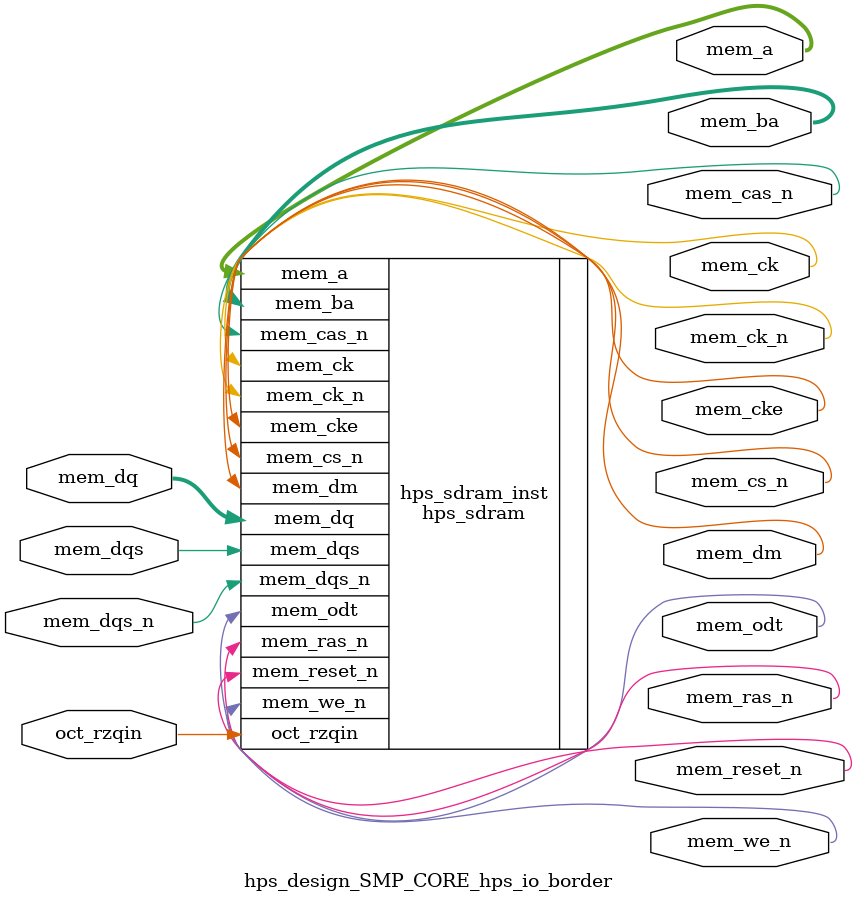
<source format=sv>


module hps_design_SMP_CORE_hps_io_border(
// memory
  output wire [13 - 1 : 0 ] mem_a
 ,output wire [3 - 1 : 0 ] mem_ba
 ,output wire [1 - 1 : 0 ] mem_ck
 ,output wire [1 - 1 : 0 ] mem_ck_n
 ,output wire [1 - 1 : 0 ] mem_cke
 ,output wire [1 - 1 : 0 ] mem_cs_n
 ,output wire [1 - 1 : 0 ] mem_ras_n
 ,output wire [1 - 1 : 0 ] mem_cas_n
 ,output wire [1 - 1 : 0 ] mem_we_n
 ,output wire [1 - 1 : 0 ] mem_reset_n
 ,inout wire [8 - 1 : 0 ] mem_dq
 ,inout wire [1 - 1 : 0 ] mem_dqs
 ,inout wire [1 - 1 : 0 ] mem_dqs_n
 ,output wire [1 - 1 : 0 ] mem_odt
 ,output wire [1 - 1 : 0 ] mem_dm
 ,input wire [1 - 1 : 0 ] oct_rzqin
);


hps_sdram hps_sdram_inst(
 .mem_dq({
    mem_dq[7:0] // 7:0
  })
,.mem_odt({
    mem_odt[0:0] // 0:0
  })
,.mem_ras_n({
    mem_ras_n[0:0] // 0:0
  })
,.mem_dqs_n({
    mem_dqs_n[0:0] // 0:0
  })
,.mem_dqs({
    mem_dqs[0:0] // 0:0
  })
,.mem_dm({
    mem_dm[0:0] // 0:0
  })
,.mem_we_n({
    mem_we_n[0:0] // 0:0
  })
,.mem_cas_n({
    mem_cas_n[0:0] // 0:0
  })
,.mem_ba({
    mem_ba[2:0] // 2:0
  })
,.mem_a({
    mem_a[12:0] // 12:0
  })
,.mem_cs_n({
    mem_cs_n[0:0] // 0:0
  })
,.mem_ck({
    mem_ck[0:0] // 0:0
  })
,.mem_cke({
    mem_cke[0:0] // 0:0
  })
,.oct_rzqin({
    oct_rzqin[0:0] // 0:0
  })
,.mem_reset_n({
    mem_reset_n[0:0] // 0:0
  })
,.mem_ck_n({
    mem_ck_n[0:0] // 0:0
  })
);

endmodule


</source>
